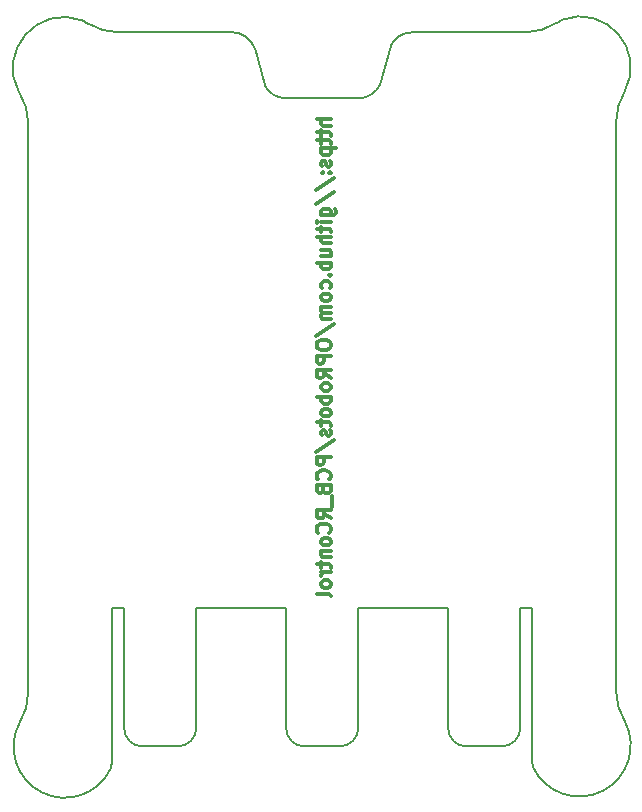
<source format=gbo>
G04 #@! TF.GenerationSoftware,KiCad,Pcbnew,(5.0.2)-1*
G04 #@! TF.CreationDate,2019-06-27T12:51:54+02:00*
G04 #@! TF.ProjectId,PCB_RControl,5043425f-5243-46f6-9e74-726f6c2e6b69,rev?*
G04 #@! TF.SameCoordinates,PX6e75580PY80fd3d8*
G04 #@! TF.FileFunction,Legend,Bot*
G04 #@! TF.FilePolarity,Positive*
%FSLAX46Y46*%
G04 Gerber Fmt 4.6, Leading zero omitted, Abs format (unit mm)*
G04 Created by KiCad (PCBNEW (5.0.2)-1) date 27/06/2019 12:51:54*
%MOMM*%
%LPD*%
G01*
G04 APERTURE LIST*
%ADD10C,0.300000*%
%ADD11C,0.150000*%
%ADD12R,1.702000X1.702000*%
%ADD13O,1.702000X1.702000*%
%ADD14C,2.502000*%
%ADD15R,2.502000X2.502000*%
%ADD16C,6.502000*%
%ADD17C,0.902000*%
%ADD18O,3.102000X3.102000*%
%ADD19C,0.100000*%
%ADD20C,3.102000*%
%ADD21C,4.102000*%
%ADD22O,1.802000X1.802000*%
%ADD23R,1.802000X1.802000*%
%ADD24C,1.626000*%
G04 APERTURE END LIST*
D10*
X27149357Y57769786D02*
X25949357Y57769786D01*
X27149357Y57255500D02*
X26520785Y57255500D01*
X26406500Y57312643D01*
X26349357Y57426929D01*
X26349357Y57598358D01*
X26406500Y57712643D01*
X26463642Y57769786D01*
X26349357Y56855500D02*
X26349357Y56398358D01*
X25949357Y56684072D02*
X26977928Y56684072D01*
X27092214Y56626929D01*
X27149357Y56512643D01*
X27149357Y56398358D01*
X26349357Y56169786D02*
X26349357Y55712643D01*
X25949357Y55998358D02*
X26977928Y55998358D01*
X27092214Y55941215D01*
X27149357Y55826929D01*
X27149357Y55712643D01*
X26349357Y55312643D02*
X27549357Y55312643D01*
X26406500Y55312643D02*
X26349357Y55198358D01*
X26349357Y54969786D01*
X26406500Y54855500D01*
X26463642Y54798358D01*
X26577928Y54741215D01*
X26920785Y54741215D01*
X27035071Y54798358D01*
X27092214Y54855500D01*
X27149357Y54969786D01*
X27149357Y55198358D01*
X27092214Y55312643D01*
X27092214Y54284072D02*
X27149357Y54169786D01*
X27149357Y53941215D01*
X27092214Y53826929D01*
X26977928Y53769786D01*
X26920785Y53769786D01*
X26806500Y53826929D01*
X26749357Y53941215D01*
X26749357Y54112643D01*
X26692214Y54226929D01*
X26577928Y54284072D01*
X26520785Y54284072D01*
X26406500Y54226929D01*
X26349357Y54112643D01*
X26349357Y53941215D01*
X26406500Y53826929D01*
X27035071Y53255500D02*
X27092214Y53198358D01*
X27149357Y53255500D01*
X27092214Y53312643D01*
X27035071Y53255500D01*
X27149357Y53255500D01*
X26406500Y53255500D02*
X26463642Y53198358D01*
X26520785Y53255500D01*
X26463642Y53312643D01*
X26406500Y53255500D01*
X26520785Y53255500D01*
X25892214Y51826929D02*
X27435071Y52855500D01*
X25892214Y50569786D02*
X27435071Y51598358D01*
X26349357Y49655500D02*
X27320785Y49655500D01*
X27435071Y49712643D01*
X27492214Y49769786D01*
X27549357Y49884072D01*
X27549357Y50055500D01*
X27492214Y50169786D01*
X27092214Y49655500D02*
X27149357Y49769786D01*
X27149357Y49998358D01*
X27092214Y50112643D01*
X27035071Y50169786D01*
X26920785Y50226929D01*
X26577928Y50226929D01*
X26463642Y50169786D01*
X26406500Y50112643D01*
X26349357Y49998358D01*
X26349357Y49769786D01*
X26406500Y49655500D01*
X27149357Y49084072D02*
X26349357Y49084072D01*
X25949357Y49084072D02*
X26006500Y49141215D01*
X26063642Y49084072D01*
X26006500Y49026929D01*
X25949357Y49084072D01*
X26063642Y49084072D01*
X26349357Y48684072D02*
X26349357Y48226929D01*
X25949357Y48512643D02*
X26977928Y48512643D01*
X27092214Y48455500D01*
X27149357Y48341215D01*
X27149357Y48226929D01*
X27149357Y47826929D02*
X25949357Y47826929D01*
X27149357Y47312643D02*
X26520785Y47312643D01*
X26406500Y47369786D01*
X26349357Y47484072D01*
X26349357Y47655500D01*
X26406500Y47769786D01*
X26463642Y47826929D01*
X26349357Y46226929D02*
X27149357Y46226929D01*
X26349357Y46741215D02*
X26977928Y46741215D01*
X27092214Y46684072D01*
X27149357Y46569786D01*
X27149357Y46398358D01*
X27092214Y46284072D01*
X27035071Y46226929D01*
X27149357Y45655500D02*
X25949357Y45655500D01*
X26406500Y45655500D02*
X26349357Y45541215D01*
X26349357Y45312643D01*
X26406500Y45198358D01*
X26463642Y45141215D01*
X26577928Y45084072D01*
X26920785Y45084072D01*
X27035071Y45141215D01*
X27092214Y45198358D01*
X27149357Y45312643D01*
X27149357Y45541215D01*
X27092214Y45655500D01*
X27035071Y44569786D02*
X27092214Y44512643D01*
X27149357Y44569786D01*
X27092214Y44626929D01*
X27035071Y44569786D01*
X27149357Y44569786D01*
X27092214Y43484072D02*
X27149357Y43598358D01*
X27149357Y43826929D01*
X27092214Y43941215D01*
X27035071Y43998358D01*
X26920785Y44055500D01*
X26577928Y44055500D01*
X26463642Y43998358D01*
X26406500Y43941215D01*
X26349357Y43826929D01*
X26349357Y43598358D01*
X26406500Y43484072D01*
X27149357Y42798358D02*
X27092214Y42912643D01*
X27035071Y42969786D01*
X26920785Y43026929D01*
X26577928Y43026929D01*
X26463642Y42969786D01*
X26406500Y42912643D01*
X26349357Y42798358D01*
X26349357Y42626929D01*
X26406500Y42512643D01*
X26463642Y42455500D01*
X26577928Y42398358D01*
X26920785Y42398358D01*
X27035071Y42455500D01*
X27092214Y42512643D01*
X27149357Y42626929D01*
X27149357Y42798358D01*
X27149357Y41884072D02*
X26349357Y41884072D01*
X26463642Y41884072D02*
X26406500Y41826929D01*
X26349357Y41712643D01*
X26349357Y41541215D01*
X26406500Y41426929D01*
X26520785Y41369786D01*
X27149357Y41369786D01*
X26520785Y41369786D02*
X26406500Y41312643D01*
X26349357Y41198358D01*
X26349357Y41026929D01*
X26406500Y40912643D01*
X26520785Y40855500D01*
X27149357Y40855500D01*
X25892214Y39426929D02*
X27435071Y40455500D01*
X25949357Y38798358D02*
X25949357Y38569786D01*
X26006500Y38455500D01*
X26120785Y38341215D01*
X26349357Y38284072D01*
X26749357Y38284072D01*
X26977928Y38341215D01*
X27092214Y38455500D01*
X27149357Y38569786D01*
X27149357Y38798358D01*
X27092214Y38912643D01*
X26977928Y39026929D01*
X26749357Y39084072D01*
X26349357Y39084072D01*
X26120785Y39026929D01*
X26006500Y38912643D01*
X25949357Y38798358D01*
X27149357Y37769786D02*
X25949357Y37769786D01*
X25949357Y37312643D01*
X26006500Y37198358D01*
X26063642Y37141215D01*
X26177928Y37084072D01*
X26349357Y37084072D01*
X26463642Y37141215D01*
X26520785Y37198358D01*
X26577928Y37312643D01*
X26577928Y37769786D01*
X27149357Y35884072D02*
X26577928Y36284072D01*
X27149357Y36569786D02*
X25949357Y36569786D01*
X25949357Y36112643D01*
X26006500Y35998358D01*
X26063642Y35941215D01*
X26177928Y35884072D01*
X26349357Y35884072D01*
X26463642Y35941215D01*
X26520785Y35998358D01*
X26577928Y36112643D01*
X26577928Y36569786D01*
X27149357Y35198358D02*
X27092214Y35312643D01*
X27035071Y35369786D01*
X26920785Y35426929D01*
X26577928Y35426929D01*
X26463642Y35369786D01*
X26406500Y35312643D01*
X26349357Y35198358D01*
X26349357Y35026929D01*
X26406500Y34912643D01*
X26463642Y34855500D01*
X26577928Y34798358D01*
X26920785Y34798358D01*
X27035071Y34855500D01*
X27092214Y34912643D01*
X27149357Y35026929D01*
X27149357Y35198358D01*
X27149357Y34284072D02*
X25949357Y34284072D01*
X26406500Y34284072D02*
X26349357Y34169786D01*
X26349357Y33941215D01*
X26406500Y33826929D01*
X26463642Y33769786D01*
X26577928Y33712643D01*
X26920785Y33712643D01*
X27035071Y33769786D01*
X27092214Y33826929D01*
X27149357Y33941215D01*
X27149357Y34169786D01*
X27092214Y34284072D01*
X27149357Y33026929D02*
X27092214Y33141215D01*
X27035071Y33198358D01*
X26920785Y33255500D01*
X26577928Y33255500D01*
X26463642Y33198358D01*
X26406500Y33141215D01*
X26349357Y33026929D01*
X26349357Y32855500D01*
X26406500Y32741215D01*
X26463642Y32684072D01*
X26577928Y32626929D01*
X26920785Y32626929D01*
X27035071Y32684072D01*
X27092214Y32741215D01*
X27149357Y32855500D01*
X27149357Y33026929D01*
X26349357Y32284072D02*
X26349357Y31826929D01*
X25949357Y32112643D02*
X26977928Y32112643D01*
X27092214Y32055500D01*
X27149357Y31941215D01*
X27149357Y31826929D01*
X27092214Y31484072D02*
X27149357Y31369786D01*
X27149357Y31141215D01*
X27092214Y31026929D01*
X26977928Y30969786D01*
X26920785Y30969786D01*
X26806500Y31026929D01*
X26749357Y31141215D01*
X26749357Y31312643D01*
X26692214Y31426929D01*
X26577928Y31484072D01*
X26520785Y31484072D01*
X26406500Y31426929D01*
X26349357Y31312643D01*
X26349357Y31141215D01*
X26406500Y31026929D01*
X25892214Y29598358D02*
X27435071Y30626929D01*
X27149357Y29198358D02*
X25949357Y29198358D01*
X25949357Y28741215D01*
X26006500Y28626929D01*
X26063642Y28569786D01*
X26177928Y28512643D01*
X26349357Y28512643D01*
X26463642Y28569786D01*
X26520785Y28626929D01*
X26577928Y28741215D01*
X26577928Y29198358D01*
X27035071Y27312643D02*
X27092214Y27369786D01*
X27149357Y27541215D01*
X27149357Y27655500D01*
X27092214Y27826929D01*
X26977928Y27941215D01*
X26863642Y27998358D01*
X26635071Y28055500D01*
X26463642Y28055500D01*
X26235071Y27998358D01*
X26120785Y27941215D01*
X26006500Y27826929D01*
X25949357Y27655500D01*
X25949357Y27541215D01*
X26006500Y27369786D01*
X26063642Y27312643D01*
X26520785Y26398358D02*
X26577928Y26226929D01*
X26635071Y26169786D01*
X26749357Y26112643D01*
X26920785Y26112643D01*
X27035071Y26169786D01*
X27092214Y26226929D01*
X27149357Y26341215D01*
X27149357Y26798358D01*
X25949357Y26798358D01*
X25949357Y26398358D01*
X26006500Y26284072D01*
X26063642Y26226929D01*
X26177928Y26169786D01*
X26292214Y26169786D01*
X26406500Y26226929D01*
X26463642Y26284072D01*
X26520785Y26398358D01*
X26520785Y26798358D01*
X27263642Y25884072D02*
X27263642Y24969786D01*
X27149357Y23998358D02*
X26577928Y24398358D01*
X27149357Y24684072D02*
X25949357Y24684072D01*
X25949357Y24226929D01*
X26006500Y24112643D01*
X26063642Y24055500D01*
X26177928Y23998358D01*
X26349357Y23998358D01*
X26463642Y24055500D01*
X26520785Y24112643D01*
X26577928Y24226929D01*
X26577928Y24684072D01*
X27035071Y22798358D02*
X27092214Y22855500D01*
X27149357Y23026929D01*
X27149357Y23141215D01*
X27092214Y23312643D01*
X26977928Y23426929D01*
X26863642Y23484072D01*
X26635071Y23541215D01*
X26463642Y23541215D01*
X26235071Y23484072D01*
X26120785Y23426929D01*
X26006500Y23312643D01*
X25949357Y23141215D01*
X25949357Y23026929D01*
X26006500Y22855500D01*
X26063642Y22798358D01*
X27149357Y22112643D02*
X27092214Y22226929D01*
X27035071Y22284072D01*
X26920785Y22341215D01*
X26577928Y22341215D01*
X26463642Y22284072D01*
X26406500Y22226929D01*
X26349357Y22112643D01*
X26349357Y21941215D01*
X26406500Y21826929D01*
X26463642Y21769786D01*
X26577928Y21712643D01*
X26920785Y21712643D01*
X27035071Y21769786D01*
X27092214Y21826929D01*
X27149357Y21941215D01*
X27149357Y22112643D01*
X26349357Y21198358D02*
X27149357Y21198358D01*
X26463642Y21198358D02*
X26406500Y21141215D01*
X26349357Y21026929D01*
X26349357Y20855500D01*
X26406500Y20741215D01*
X26520785Y20684072D01*
X27149357Y20684072D01*
X26349357Y20284072D02*
X26349357Y19826929D01*
X25949357Y20112643D02*
X26977928Y20112643D01*
X27092214Y20055500D01*
X27149357Y19941215D01*
X27149357Y19826929D01*
X27149357Y19426929D02*
X26349357Y19426929D01*
X26577928Y19426929D02*
X26463642Y19369786D01*
X26406500Y19312643D01*
X26349357Y19198358D01*
X26349357Y19084072D01*
X27149357Y18512643D02*
X27092214Y18626929D01*
X27035071Y18684072D01*
X26920785Y18741215D01*
X26577928Y18741215D01*
X26463642Y18684072D01*
X26406500Y18626929D01*
X26349357Y18512643D01*
X26349357Y18341215D01*
X26406500Y18226929D01*
X26463642Y18169786D01*
X26577928Y18112643D01*
X26920785Y18112643D01*
X27035071Y18169786D01*
X27092214Y18226929D01*
X27149357Y18341215D01*
X27149357Y18512643D01*
X27149357Y17426929D02*
X27092214Y17541215D01*
X26977928Y17598358D01*
X25949357Y17598358D01*
D11*
X43180000Y6223000D02*
G75*
G02X41656000Y4699000I-1524000J0D01*
G01*
X38608000Y4699000D02*
G75*
G02X37084000Y6223000I0J1524000D01*
G01*
X29464000Y6223000D02*
G75*
G02X27940000Y4699000I-1524000J0D01*
G01*
X24892000Y4699000D02*
G75*
G02X23368000Y6223000I0J1524000D01*
G01*
X15748000Y6223000D02*
G75*
G02X14224000Y4699000I-1524000J0D01*
G01*
X11176000Y4699000D02*
G75*
G02X9652000Y6223000I0J1524000D01*
G01*
X9144000Y65157898D02*
X18796000Y65157898D01*
X29565600Y59563000D02*
G75*
G03X31292767Y60682051I-101634J2049263D01*
G01*
X23266367Y59561549D02*
G75*
G02X21539200Y60680600I101634J2049263D01*
G01*
X18796000Y65151000D02*
G75*
G02X20701000Y63777954I0J-2008046D01*
G01*
X32208485Y64007376D02*
G75*
G02X34036000Y65151000I1827515J-888376D01*
G01*
X20701000Y63779400D02*
X21539200Y60680600D01*
X31292800Y60680600D02*
X32207200Y64008000D01*
X23266400Y59563000D02*
X29565600Y59563000D01*
X46291500Y65976500D02*
X46710600Y66217800D01*
X6096000Y66167000D02*
X6604000Y65887600D01*
X44196000Y3429000D02*
X44272200Y2908300D01*
X44271978Y2908193D02*
G75*
G03X52039520Y6822440I3918589J1888029D01*
G01*
X51308000Y9276080D02*
G75*
G03X52035576Y6828212I4791575J92131D01*
G01*
X8636000Y3454400D02*
X8509000Y2819400D01*
X34036000Y65151000D02*
X43688000Y65151000D01*
X46710558Y66217912D02*
G75*
G02X52032465Y60141254I1511907J-4044658D01*
G01*
X51304004Y57601254D02*
G75*
G02X52032466Y60141253I4792461J0D01*
G01*
X43688059Y65149549D02*
G75*
G03X46291500Y65976500I-88393J4789885D01*
G01*
X8502174Y2797261D02*
G75*
G02X795841Y6690366I-3896333J1861105D01*
G01*
X1524130Y9271001D02*
G75*
G02X795840Y6690367I-4792289J-40635D01*
G01*
X742276Y60060480D02*
G75*
G02X6096000Y66167000I3829724J2042520D01*
G01*
X1523595Y57480201D02*
G75*
G03X762000Y60071000I-4787494J0D01*
G01*
X9144000Y65157898D02*
G75*
G02X6604000Y65887600I0J4785563D01*
G01*
X51302920Y57622440D02*
X51308000Y9271000D01*
X44196000Y16383000D02*
X44196000Y3429000D01*
X43180000Y16383000D02*
X44196000Y16383000D01*
X43180000Y6223000D02*
X43180000Y16383000D01*
X38608000Y4699000D02*
X41656000Y4699000D01*
X37084000Y16383000D02*
X37084000Y6223000D01*
X29464000Y16383000D02*
X37084000Y16383000D01*
X29464000Y6223000D02*
X29464000Y16383000D01*
X24892000Y4699000D02*
X27940000Y4699000D01*
X23368000Y16383000D02*
X23368000Y6223000D01*
X15748000Y16383000D02*
X23368000Y16383000D01*
X15748000Y6223000D02*
X15748000Y16383000D01*
X11176000Y4699000D02*
X14224000Y4699000D01*
X9652000Y16383000D02*
X9652000Y6223000D01*
X8636000Y16383000D02*
X9652000Y16383000D01*
X8636000Y3454400D02*
X8636000Y16383000D01*
X1524000Y9271000D02*
X1524000Y57480200D01*
%LPC*%
D12*
G04 #@! TO.C,A1*
X34036000Y20447000D03*
D13*
X18796000Y53467000D03*
X34036000Y22987000D03*
X18796000Y50927000D03*
X34036000Y25527000D03*
X18796000Y48387000D03*
X34036000Y28067000D03*
X18796000Y45847000D03*
X34036000Y30607000D03*
X18796000Y43307000D03*
X34036000Y33147000D03*
X18796000Y40767000D03*
X34036000Y35687000D03*
X18796000Y38227000D03*
X34036000Y38227000D03*
X18796000Y35687000D03*
X34036000Y40767000D03*
X18796000Y33147000D03*
X34036000Y43307000D03*
X18796000Y30607000D03*
X34036000Y45847000D03*
X18796000Y28067000D03*
X34036000Y48387000D03*
X18796000Y25527000D03*
X34036000Y50927000D03*
X18796000Y22987000D03*
X34036000Y53467000D03*
X18796000Y20447000D03*
X34036000Y56007000D03*
X18796000Y56007000D03*
G04 #@! TD*
D14*
G04 #@! TO.C,C2*
X12700000Y7573000D03*
D15*
X12700000Y12573000D03*
G04 #@! TD*
G04 #@! TO.C,C3*
X26416000Y12573000D03*
D14*
X26416000Y7573000D03*
G04 #@! TD*
D15*
G04 #@! TO.C,C1*
X40132000Y12573000D03*
D14*
X40132000Y7573000D03*
G04 #@! TD*
D16*
G04 #@! TO.C,*
X48260000Y4699000D03*
D17*
X50660000Y4699000D03*
X49957056Y3001944D03*
X48260000Y2299000D03*
X46562944Y3001944D03*
X45860000Y4699000D03*
X46562944Y6396056D03*
X48260000Y7099000D03*
X49957056Y6396056D03*
G04 #@! TD*
G04 #@! TO.C,*
X6269056Y6396056D03*
X4572000Y7099000D03*
X2874944Y6396056D03*
X2172000Y4699000D03*
X2874944Y3001944D03*
X4572000Y2299000D03*
X6269056Y3001944D03*
X6972000Y4699000D03*
D16*
X4572000Y4699000D03*
G04 #@! TD*
G04 #@! TO.C,*
X4572000Y62103000D03*
D17*
X6972000Y62103000D03*
X6269056Y60405944D03*
X4572000Y59703000D03*
X2874944Y60405944D03*
X2172000Y62103000D03*
X2874944Y63800056D03*
X4572000Y64503000D03*
X6269056Y63800056D03*
G04 #@! TD*
D18*
G04 #@! TO.C,VESC2*
X4572000Y44069000D03*
D19*
G36*
X5423512Y41806266D02*
X5498793Y41795099D01*
X5572616Y41776607D01*
X5644271Y41750969D01*
X5713068Y41718430D01*
X5778345Y41679305D01*
X5839472Y41633970D01*
X5895861Y41582861D01*
X5946970Y41526472D01*
X5992305Y41465345D01*
X6031430Y41400068D01*
X6063969Y41331271D01*
X6089607Y41259616D01*
X6108099Y41185793D01*
X6119266Y41110512D01*
X6123000Y41034500D01*
X6123000Y39483500D01*
X6119266Y39407488D01*
X6108099Y39332207D01*
X6089607Y39258384D01*
X6063969Y39186729D01*
X6031430Y39117932D01*
X5992305Y39052655D01*
X5946970Y38991528D01*
X5895861Y38935139D01*
X5839472Y38884030D01*
X5778345Y38838695D01*
X5713068Y38799570D01*
X5644271Y38767031D01*
X5572616Y38741393D01*
X5498793Y38722901D01*
X5423512Y38711734D01*
X5347500Y38708000D01*
X3796500Y38708000D01*
X3720488Y38711734D01*
X3645207Y38722901D01*
X3571384Y38741393D01*
X3499729Y38767031D01*
X3430932Y38799570D01*
X3365655Y38838695D01*
X3304528Y38884030D01*
X3248139Y38935139D01*
X3197030Y38991528D01*
X3151695Y39052655D01*
X3112570Y39117932D01*
X3080031Y39186729D01*
X3054393Y39258384D01*
X3035901Y39332207D01*
X3024734Y39407488D01*
X3021000Y39483500D01*
X3021000Y41034500D01*
X3024734Y41110512D01*
X3035901Y41185793D01*
X3054393Y41259616D01*
X3080031Y41331271D01*
X3112570Y41400068D01*
X3151695Y41465345D01*
X3197030Y41526472D01*
X3248139Y41582861D01*
X3304528Y41633970D01*
X3365655Y41679305D01*
X3430932Y41718430D01*
X3499729Y41750969D01*
X3571384Y41776607D01*
X3645207Y41795099D01*
X3720488Y41806266D01*
X3796500Y41810000D01*
X5347500Y41810000D01*
X5423512Y41806266D01*
X5423512Y41806266D01*
G37*
D20*
X4572000Y40259000D03*
G04 #@! TD*
D19*
G04 #@! TO.C,VESC1*
G36*
X5423512Y51204266D02*
X5498793Y51193099D01*
X5572616Y51174607D01*
X5644271Y51148969D01*
X5713068Y51116430D01*
X5778345Y51077305D01*
X5839472Y51031970D01*
X5895861Y50980861D01*
X5946970Y50924472D01*
X5992305Y50863345D01*
X6031430Y50798068D01*
X6063969Y50729271D01*
X6089607Y50657616D01*
X6108099Y50583793D01*
X6119266Y50508512D01*
X6123000Y50432500D01*
X6123000Y48881500D01*
X6119266Y48805488D01*
X6108099Y48730207D01*
X6089607Y48656384D01*
X6063969Y48584729D01*
X6031430Y48515932D01*
X5992305Y48450655D01*
X5946970Y48389528D01*
X5895861Y48333139D01*
X5839472Y48282030D01*
X5778345Y48236695D01*
X5713068Y48197570D01*
X5644271Y48165031D01*
X5572616Y48139393D01*
X5498793Y48120901D01*
X5423512Y48109734D01*
X5347500Y48106000D01*
X3796500Y48106000D01*
X3720488Y48109734D01*
X3645207Y48120901D01*
X3571384Y48139393D01*
X3499729Y48165031D01*
X3430932Y48197570D01*
X3365655Y48236695D01*
X3304528Y48282030D01*
X3248139Y48333139D01*
X3197030Y48389528D01*
X3151695Y48450655D01*
X3112570Y48515932D01*
X3080031Y48584729D01*
X3054393Y48656384D01*
X3035901Y48730207D01*
X3024734Y48805488D01*
X3021000Y48881500D01*
X3021000Y50432500D01*
X3024734Y50508512D01*
X3035901Y50583793D01*
X3054393Y50657616D01*
X3080031Y50729271D01*
X3112570Y50798068D01*
X3151695Y50863345D01*
X3197030Y50924472D01*
X3248139Y50980861D01*
X3304528Y51031970D01*
X3365655Y51077305D01*
X3430932Y51116430D01*
X3499729Y51148969D01*
X3571384Y51174607D01*
X3645207Y51193099D01*
X3720488Y51204266D01*
X3796500Y51208000D01*
X5347500Y51208000D01*
X5423512Y51204266D01*
X5423512Y51204266D01*
G37*
D20*
X4572000Y49657000D03*
D18*
X4572000Y53467000D03*
G04 #@! TD*
D19*
G04 #@! TO.C,PANEL*
G36*
X18583013Y64150050D02*
X18662652Y64138236D01*
X18740750Y64118674D01*
X18816553Y64091551D01*
X18889334Y64057128D01*
X18958390Y64015738D01*
X19023056Y63967778D01*
X19082710Y63913710D01*
X19136778Y63854056D01*
X19184738Y63789390D01*
X19226128Y63720334D01*
X19260551Y63647553D01*
X19287674Y63571750D01*
X19307236Y63493652D01*
X19319050Y63414013D01*
X19323000Y63333600D01*
X19323000Y60872400D01*
X19319050Y60791987D01*
X19307236Y60712348D01*
X19287674Y60634250D01*
X19260551Y60558447D01*
X19226128Y60485666D01*
X19184738Y60416610D01*
X19136778Y60351944D01*
X19082710Y60292290D01*
X19023056Y60238222D01*
X18958390Y60190262D01*
X18889334Y60148872D01*
X18816553Y60114449D01*
X18740750Y60087326D01*
X18662652Y60067764D01*
X18583013Y60055950D01*
X18502600Y60052000D01*
X16041400Y60052000D01*
X15960987Y60055950D01*
X15881348Y60067764D01*
X15803250Y60087326D01*
X15727447Y60114449D01*
X15654666Y60148872D01*
X15585610Y60190262D01*
X15520944Y60238222D01*
X15461290Y60292290D01*
X15407222Y60351944D01*
X15359262Y60416610D01*
X15317872Y60485666D01*
X15283449Y60558447D01*
X15256326Y60634250D01*
X15236764Y60712348D01*
X15224950Y60791987D01*
X15221000Y60872400D01*
X15221000Y63333600D01*
X15224950Y63414013D01*
X15236764Y63493652D01*
X15256326Y63571750D01*
X15283449Y63647553D01*
X15317872Y63720334D01*
X15359262Y63789390D01*
X15407222Y63854056D01*
X15461290Y63913710D01*
X15520944Y63967778D01*
X15585610Y64015738D01*
X15654666Y64057128D01*
X15727447Y64091551D01*
X15803250Y64118674D01*
X15881348Y64138236D01*
X15960987Y64150050D01*
X16041400Y64154000D01*
X18502600Y64154000D01*
X18583013Y64150050D01*
X18583013Y64150050D01*
G37*
D21*
X17272000Y62103000D03*
D19*
G36*
X12763027Y64146099D02*
X12922304Y64122472D01*
X13078499Y64083348D01*
X13230107Y64029102D01*
X13375668Y63960256D01*
X13513780Y63877475D01*
X13643113Y63781556D01*
X13762421Y63673421D01*
X13870556Y63554113D01*
X13966475Y63424780D01*
X14049256Y63286668D01*
X14118102Y63141107D01*
X14172348Y62989499D01*
X14211472Y62833304D01*
X14235099Y62674027D01*
X14243000Y62513200D01*
X14243000Y61692800D01*
X14235099Y61531973D01*
X14211472Y61372696D01*
X14172348Y61216501D01*
X14118102Y61064893D01*
X14049256Y60919332D01*
X13966475Y60781220D01*
X13870556Y60651887D01*
X13762421Y60532579D01*
X13643113Y60424444D01*
X13513780Y60328525D01*
X13375668Y60245744D01*
X13230107Y60176898D01*
X13078499Y60122652D01*
X12922304Y60083528D01*
X12763027Y60059901D01*
X12602200Y60052000D01*
X11781800Y60052000D01*
X11620973Y60059901D01*
X11461696Y60083528D01*
X11305501Y60122652D01*
X11153893Y60176898D01*
X11008332Y60245744D01*
X10870220Y60328525D01*
X10740887Y60424444D01*
X10621579Y60532579D01*
X10513444Y60651887D01*
X10417525Y60781220D01*
X10334744Y60919332D01*
X10265898Y61064893D01*
X10211652Y61216501D01*
X10172528Y61372696D01*
X10148901Y61531973D01*
X10141000Y61692800D01*
X10141000Y62513200D01*
X10148901Y62674027D01*
X10172528Y62833304D01*
X10211652Y62989499D01*
X10265898Y63141107D01*
X10334744Y63286668D01*
X10417525Y63424780D01*
X10513444Y63554113D01*
X10621579Y63673421D01*
X10740887Y63781556D01*
X10870220Y63877475D01*
X11008332Y63960256D01*
X11153893Y64029102D01*
X11305501Y64083348D01*
X11461696Y64122472D01*
X11620973Y64146099D01*
X11781800Y64154000D01*
X12602200Y64154000D01*
X12763027Y64146099D01*
X12763027Y64146099D01*
G37*
D21*
X12192000Y62103000D03*
G04 #@! TD*
D22*
G04 #@! TO.C,Batt_Aux1*
X49276000Y18415000D03*
X49276000Y15875000D03*
D23*
X49276000Y13335000D03*
G04 #@! TD*
G04 #@! TO.C,ENCODERS1*
X49276000Y30607000D03*
D22*
X49276000Y33147000D03*
X49276000Y35687000D03*
X49276000Y38227000D03*
G04 #@! TD*
D23*
G04 #@! TO.C,Ibus1*
X49276000Y27051000D03*
D22*
X49276000Y24511000D03*
X49276000Y21971000D03*
G04 #@! TD*
D23*
G04 #@! TO.C,J1*
X37592000Y35687000D03*
D22*
X37592000Y38227000D03*
X37592000Y40767000D03*
X37592000Y43307000D03*
X37592000Y45847000D03*
G04 #@! TD*
D23*
G04 #@! TO.C,J2*
X15240000Y43307000D03*
D22*
X15240000Y40767000D03*
X15240000Y38227000D03*
X15240000Y35687000D03*
X15240000Y33147000D03*
X15240000Y30607000D03*
G04 #@! TD*
G04 #@! TO.C,MOT1*
X49276000Y55499000D03*
X49276000Y52959000D03*
D23*
X49276000Y50419000D03*
G04 #@! TD*
G04 #@! TO.C,MOT2*
X43688000Y50419000D03*
D22*
X43688000Y52959000D03*
X43688000Y55499000D03*
G04 #@! TD*
G04 #@! TO.C,SERVO1*
X49276000Y46863000D03*
X49276000Y44323000D03*
D23*
X49276000Y41783000D03*
G04 #@! TD*
G04 #@! TO.C,SERVO2*
X43688000Y41783000D03*
D22*
X43688000Y44323000D03*
X43688000Y46863000D03*
G04 #@! TD*
D24*
G04 #@! TO.C,U1*
X2857500Y34290000D03*
X12001500Y34290000D03*
X2857500Y19050000D03*
X11997500Y19050000D03*
G04 #@! TD*
D17*
G04 #@! TO.C,*
X49957056Y63800056D03*
X48260000Y64503000D03*
X46562944Y63800056D03*
X45860000Y62103000D03*
X46562944Y60405944D03*
X48260000Y59703000D03*
X49957056Y60405944D03*
X50660000Y62103000D03*
D16*
X48260000Y62103000D03*
G04 #@! TD*
M02*

</source>
